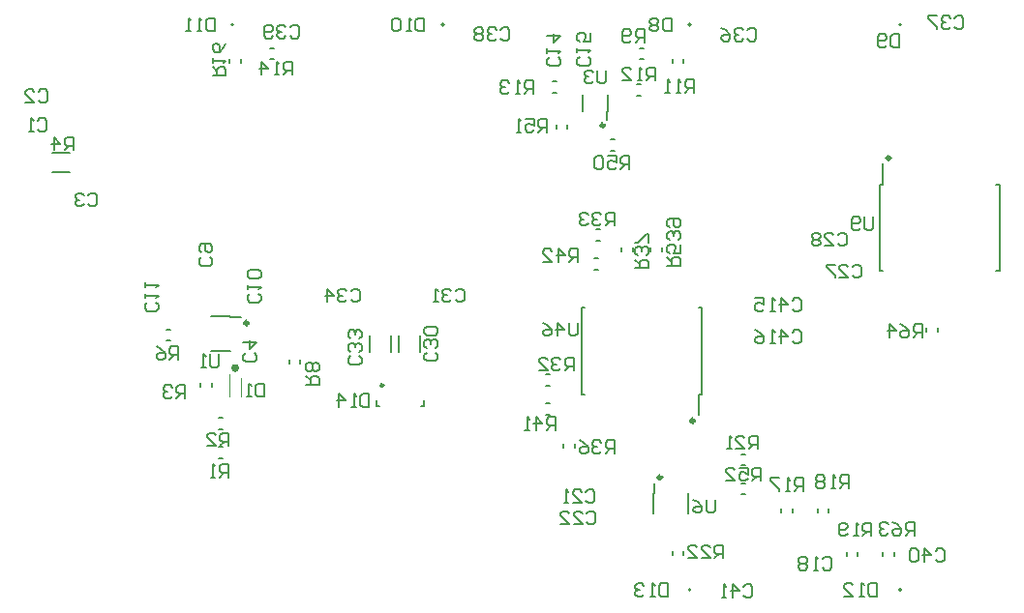
<source format=gbr>
G04*
G04 #@! TF.GenerationSoftware,Altium Limited,Altium Designer,24.8.2 (39)*
G04*
G04 Layer_Color=32896*
%FSLAX25Y25*%
%MOIN*%
G70*
G04*
G04 #@! TF.SameCoordinates,D82A07EB-257E-4463-BA9E-A140894E8D54*
G04*
G04*
G04 #@! TF.FilePolarity,Positive*
G04*
G01*
G75*
%ADD10C,0.01181*%
%ADD11C,0.01250*%
%ADD14C,0.00500*%
%ADD16C,0.00787*%
%ADD18C,0.00598*%
%ADD20C,0.00472*%
%ADD22C,0.00700*%
%ADD23C,0.01000*%
%ADD73C,0.00600*%
%ADD112C,0.01417*%
D10*
X302150Y415315D02*
G03*
X302150Y415315I-591J0D01*
G01*
D11*
X179474Y347131D02*
G03*
X179474Y347131I-625J0D01*
G01*
X321885Y293927D02*
G03*
X321885Y293927I-625J0D01*
G01*
X333125Y313415D02*
G03*
X333125Y313415I-625J0D01*
G01*
X400625Y404085D02*
G03*
X400625Y404085I-625J0D01*
G01*
D14*
X303000Y417244D02*
Y420244D01*
X303232D02*
Y425756D01*
X294768Y420244D02*
Y425756D01*
D16*
X331894Y255200D02*
G03*
X331894Y255200I-394J0D01*
G01*
Y450000D02*
G03*
X331894Y450000I-394J0D01*
G01*
X404394D02*
G03*
X404394Y450000I-394J0D01*
G01*
X246894D02*
G03*
X246894Y450000I-394J0D01*
G01*
X174394D02*
G03*
X174394Y450000I-394J0D01*
G01*
X404394Y255200D02*
G03*
X404394Y255200I-394J0D01*
G01*
D18*
X173465Y349099D02*
X176831D01*
X166535Y337367D02*
X173465D01*
X166535Y349414D02*
X173465D01*
X318976Y281535D02*
Y288465D01*
X331024Y281535D02*
Y288465D01*
X319272D02*
Y291910D01*
X294331Y322539D02*
X295433D01*
X294331D02*
Y352461D01*
X295433D01*
X334567Y322539D02*
X335669D01*
Y352461D01*
X334567D02*
X335669D01*
X334567Y315433D02*
Y322539D01*
X112091Y399075D02*
X117909D01*
X112091Y405925D02*
X117909D01*
X221457Y337248D02*
Y342752D01*
X228543Y337248D02*
Y342752D01*
X231457Y337248D02*
Y342752D01*
X238543Y337248D02*
Y342752D01*
X169335Y304390D02*
X170665D01*
X169335Y300610D02*
X170665D01*
X169335Y314390D02*
X170665D01*
X169335Y310610D02*
X170665D01*
X163110Y325225D02*
Y326556D01*
X166890Y325225D02*
Y326556D01*
X197280Y333335D02*
Y334665D01*
X193501Y333335D02*
Y334665D01*
X314335Y438110D02*
X315665D01*
X314335Y441890D02*
X315665D01*
X325610Y436835D02*
Y438165D01*
X329390Y436835D02*
Y438165D01*
X313335Y429390D02*
X314665D01*
X313335Y425610D02*
X314665D01*
X284335Y426610D02*
X285665D01*
X284335Y430390D02*
X285665D01*
X186835Y438110D02*
X188165D01*
X186835Y441890D02*
X188165D01*
X173110Y436835D02*
Y438165D01*
X176890Y436835D02*
Y438165D01*
X366890Y281835D02*
Y283165D01*
X363110Y281835D02*
Y283165D01*
X375610Y281835D02*
Y283165D01*
X379390Y281835D02*
Y283165D01*
X389390Y266835D02*
Y268165D01*
X385610Y266835D02*
Y268165D01*
X349335Y298110D02*
X350665D01*
X349335Y301890D02*
X350665D01*
X325610Y267163D02*
Y268494D01*
X329390Y267163D02*
Y268494D01*
X281835Y325610D02*
X283165D01*
X281835Y329390D02*
X283165D01*
X299335Y375610D02*
X300665D01*
X299335Y379390D02*
X300665D01*
X291890Y304335D02*
Y305665D01*
X288110Y304335D02*
Y305665D01*
X308110Y371835D02*
Y373165D01*
X311890Y371835D02*
Y373165D01*
X281835Y319390D02*
X283165D01*
X281835Y315610D02*
X283165D01*
X298783Y365610D02*
X300114D01*
X298783Y369390D02*
X300114D01*
X304335Y406610D02*
X305665D01*
X304335Y410390D02*
X305665D01*
X285610Y414335D02*
Y415665D01*
X289390Y414335D02*
Y415665D01*
X349335Y291890D02*
X350665D01*
X349335Y288110D02*
X350665D01*
X318110Y371835D02*
Y373165D01*
X321890Y371835D02*
Y373165D01*
X437067Y394961D02*
X438169D01*
Y365039D02*
Y394961D01*
X437067Y365039D02*
X438169D01*
X396831Y394961D02*
X397933D01*
X396831Y365039D02*
Y394961D01*
Y365039D02*
X397933D01*
Y394961D02*
Y402067D01*
X401890Y266835D02*
Y268165D01*
X398110Y266835D02*
Y268165D01*
X413110Y344335D02*
Y345665D01*
X416890Y344335D02*
Y345665D01*
X151335Y344890D02*
X152665D01*
X151335Y341110D02*
X152665D01*
D20*
X177126Y321752D02*
Y328248D01*
X172874Y321752D02*
Y329488D01*
D22*
X169399Y336349D02*
Y332600D01*
X168649Y331851D01*
X167150D01*
X166400Y332600D01*
Y336349D01*
X164901Y331851D02*
X163401D01*
X164151D01*
Y336349D01*
X164901Y335599D01*
X302749Y434252D02*
Y430503D01*
X301999Y429753D01*
X300500D01*
X299750Y430503D01*
Y434252D01*
X298250Y433502D02*
X297500Y434252D01*
X296001D01*
X295251Y433502D01*
Y432752D01*
X296001Y432003D01*
X296751D01*
X296001D01*
X295251Y431253D01*
Y430503D01*
X296001Y429753D01*
X297500D01*
X298250Y430503D01*
X340249Y286249D02*
Y282501D01*
X339499Y281751D01*
X338000D01*
X337250Y282501D01*
Y286249D01*
X332751D02*
X334251Y285500D01*
X335750Y284000D01*
Y282501D01*
X335000Y281751D01*
X333501D01*
X332751Y282501D01*
Y283250D01*
X333501Y284000D01*
X335750D01*
X292835Y347249D02*
Y343500D01*
X292085Y342751D01*
X290586D01*
X289836Y343500D01*
Y347249D01*
X286087Y342751D02*
Y347249D01*
X288336Y345000D01*
X285337D01*
X280839Y347249D02*
X282338Y346499D01*
X283838Y345000D01*
Y343500D01*
X283088Y342751D01*
X281589D01*
X280839Y343500D01*
Y344250D01*
X281589Y345000D01*
X283838D01*
X119249Y406751D02*
Y411249D01*
X116999D01*
X116250Y410499D01*
Y409000D01*
X116999Y408250D01*
X119249D01*
X117749D02*
X116250Y406751D01*
X112501D02*
Y411249D01*
X114750Y409000D01*
X111751D01*
X184998Y326249D02*
Y321750D01*
X182749D01*
X181999Y322500D01*
Y325499D01*
X182749Y326249D01*
X184998D01*
X180500Y321750D02*
X179000D01*
X179750D01*
Y326249D01*
X180500Y325499D01*
X221123Y322749D02*
Y318251D01*
X218874D01*
X218124Y319001D01*
Y322000D01*
X218874Y322749D01*
X221123D01*
X216625Y318251D02*
X215125D01*
X215875D01*
Y322749D01*
X216625Y322000D01*
X210627Y318251D02*
Y322749D01*
X212876Y320500D01*
X209877D01*
X324023Y257349D02*
Y252851D01*
X321774D01*
X321024Y253601D01*
Y256599D01*
X321774Y257349D01*
X324023D01*
X319525Y252851D02*
X318025D01*
X318775D01*
Y257349D01*
X319525Y256599D01*
X315776D02*
X315026Y257349D01*
X313527D01*
X312777Y256599D01*
Y255850D01*
X313527Y255100D01*
X314276D01*
X313527D01*
X312777Y254350D01*
Y253601D01*
X313527Y252851D01*
X315026D01*
X315776Y253601D01*
X217799Y335701D02*
X218549Y334951D01*
Y333452D01*
X217799Y332702D01*
X214801D01*
X214051Y333452D01*
Y334951D01*
X214801Y335701D01*
X217799Y337200D02*
X218549Y337950D01*
Y339450D01*
X217799Y340199D01*
X217050D01*
X216300Y339450D01*
Y338700D01*
Y339450D01*
X215550Y340199D01*
X214801D01*
X214051Y339450D01*
Y337950D01*
X214801Y337200D01*
X217799Y341699D02*
X218549Y342449D01*
Y343948D01*
X217799Y344698D01*
X217050D01*
X216300Y343948D01*
Y343199D01*
Y343948D01*
X215550Y344698D01*
X214801D01*
X214051Y343948D01*
Y342449D01*
X214801Y341699D01*
X147800Y354326D02*
X148549Y353576D01*
Y352076D01*
X147800Y351327D01*
X144800D01*
X144051Y352076D01*
Y353576D01*
X144800Y354326D01*
X144051Y355825D02*
Y357325D01*
Y356575D01*
X148549D01*
X147800Y355825D01*
X144051Y359574D02*
Y361073D01*
Y360324D01*
X148549D01*
X147800Y359574D01*
X350149Y256299D02*
X350899Y257049D01*
X352398D01*
X353148Y256299D01*
Y253300D01*
X352398Y252551D01*
X350899D01*
X350149Y253300D01*
X346400Y252551D02*
Y257049D01*
X348650Y254800D01*
X345651D01*
X344151Y252551D02*
X342652D01*
X343402D01*
Y257049D01*
X344151Y256299D01*
X107000Y416999D02*
X107750Y417749D01*
X109249D01*
X109999Y416999D01*
Y414001D01*
X109249Y413251D01*
X107750D01*
X107000Y414001D01*
X105500Y413251D02*
X104001D01*
X104751D01*
Y417749D01*
X105500Y416999D01*
X107250Y427000D02*
X108000Y427749D01*
X109499D01*
X110249Y427000D01*
Y424001D01*
X109499Y423251D01*
X108000D01*
X107250Y424001D01*
X102751Y423251D02*
X105750D01*
X102751Y426250D01*
Y427000D01*
X103501Y427749D01*
X105000D01*
X105750Y427000D01*
X124350Y391100D02*
X125100Y391849D01*
X126599D01*
X127349Y391100D01*
Y388101D01*
X126599Y387351D01*
X125100D01*
X124350Y388101D01*
X122850Y391100D02*
X122100Y391849D01*
X120601D01*
X119851Y391100D01*
Y390350D01*
X120601Y389600D01*
X121351D01*
X120601D01*
X119851Y388850D01*
Y388101D01*
X120601Y387351D01*
X122100D01*
X122850Y388101D01*
X181500Y336750D02*
X182249Y336000D01*
Y334501D01*
X181500Y333751D01*
X178500D01*
X177751Y334501D01*
Y336000D01*
X178500Y336750D01*
X177751Y340499D02*
X182249D01*
X180000Y338250D01*
Y341249D01*
X166299Y369850D02*
X167049Y369100D01*
Y367601D01*
X166299Y366851D01*
X163301D01*
X162551Y367601D01*
Y369100D01*
X163301Y369850D01*
Y371350D02*
X162551Y372099D01*
Y373599D01*
X163301Y374349D01*
X166299D01*
X167049Y373599D01*
Y372099D01*
X166299Y371350D01*
X165550D01*
X164800Y372099D01*
Y374349D01*
X183099Y357276D02*
X183849Y356526D01*
Y355027D01*
X183099Y354277D01*
X180101D01*
X179351Y355027D01*
Y356526D01*
X180101Y357276D01*
X179351Y358775D02*
Y360275D01*
Y359525D01*
X183849D01*
X183099Y358775D01*
Y362524D02*
X183849Y363274D01*
Y364773D01*
X183099Y365523D01*
X180101D01*
X179351Y364773D01*
Y363274D01*
X180101Y362524D01*
X183099D01*
X286199Y438676D02*
X286949Y437926D01*
Y436427D01*
X286199Y435677D01*
X283201D01*
X282451Y436427D01*
Y437926D01*
X283201Y438676D01*
X282451Y440175D02*
Y441675D01*
Y440925D01*
X286949D01*
X286199Y440175D01*
X282451Y446173D02*
X286949D01*
X284700Y443924D01*
Y446923D01*
X296499Y438876D02*
X297249Y438126D01*
Y436627D01*
X296499Y435877D01*
X293500D01*
X292751Y436627D01*
Y438126D01*
X293500Y438876D01*
X292751Y440375D02*
Y441875D01*
Y441125D01*
X297249D01*
X296499Y440375D01*
X297249Y447123D02*
Y444124D01*
X295000D01*
X295750Y445624D01*
Y446373D01*
X295000Y447123D01*
X293500D01*
X292751Y446373D01*
Y444874D01*
X293500Y444124D01*
X377324Y265700D02*
X378074Y266449D01*
X379573D01*
X380323Y265700D01*
Y262701D01*
X379573Y261951D01*
X378074D01*
X377324Y262701D01*
X375825Y261951D02*
X374325D01*
X375075D01*
Y266449D01*
X375825Y265700D01*
X372076D02*
X371326Y266449D01*
X369827D01*
X369077Y265700D01*
Y264950D01*
X369827Y264200D01*
X369077Y263450D01*
Y262701D01*
X369827Y261951D01*
X371326D01*
X372076Y262701D01*
Y263450D01*
X371326Y264200D01*
X372076Y264950D01*
Y265700D01*
X371326Y264200D02*
X369827D01*
X295749Y289000D02*
X296499Y289749D01*
X297998D01*
X298748Y289000D01*
Y286000D01*
X297998Y285251D01*
X296499D01*
X295749Y286000D01*
X291251Y285251D02*
X294250D01*
X291251Y288250D01*
Y289000D01*
X292001Y289749D01*
X293500D01*
X294250Y289000D01*
X289751Y285251D02*
X288252D01*
X289001D01*
Y289749D01*
X289751Y289000D01*
X295999Y281500D02*
X296749Y282249D01*
X298248D01*
X298998Y281500D01*
Y278501D01*
X298248Y277751D01*
X296749D01*
X295999Y278501D01*
X291500Y277751D02*
X294499D01*
X291500Y280750D01*
Y281500D01*
X292250Y282249D01*
X293750D01*
X294499Y281500D01*
X287002Y277751D02*
X290001D01*
X287002Y280750D01*
Y281500D01*
X287752Y282249D01*
X289251D01*
X290001Y281500D01*
X387499Y366499D02*
X388249Y367249D01*
X389748D01*
X390498Y366499D01*
Y363500D01*
X389748Y362751D01*
X388249D01*
X387499Y363500D01*
X383000Y362751D02*
X385999D01*
X383000Y365750D01*
Y366499D01*
X383750Y367249D01*
X385250D01*
X385999Y366499D01*
X381501Y367249D02*
X378502D01*
Y366499D01*
X381501Y363500D01*
Y362751D01*
X382499Y377500D02*
X383249Y378249D01*
X384748D01*
X385498Y377500D01*
Y374500D01*
X384748Y373751D01*
X383249D01*
X382499Y374500D01*
X378000Y373751D02*
X380999D01*
X378000Y376750D01*
Y377500D01*
X378750Y378249D01*
X380250D01*
X380999Y377500D01*
X376501D02*
X375751Y378249D01*
X374252D01*
X373502Y377500D01*
Y376750D01*
X374252Y376000D01*
X373502Y375250D01*
Y374500D01*
X374252Y373751D01*
X375751D01*
X376501Y374500D01*
Y375250D01*
X375751Y376000D01*
X376501Y376750D01*
Y377500D01*
X375751Y376000D02*
X374252D01*
X243847Y337001D02*
X244597Y336251D01*
Y334752D01*
X243847Y334002D01*
X240848D01*
X240099Y334752D01*
Y336251D01*
X240848Y337001D01*
X243847Y338500D02*
X244597Y339250D01*
Y340750D01*
X243847Y341499D01*
X243097D01*
X242348Y340750D01*
Y340000D01*
Y340750D01*
X241598Y341499D01*
X240848D01*
X240099Y340750D01*
Y339250D01*
X240848Y338500D01*
X243847Y342999D02*
X244597Y343749D01*
Y345248D01*
X243847Y345998D01*
X240848D01*
X240099Y345248D01*
Y343749D01*
X240848Y342999D01*
X243847D01*
X250849Y358200D02*
X251599Y358949D01*
X253099D01*
X253848Y358200D01*
Y355201D01*
X253099Y354451D01*
X251599D01*
X250849Y355201D01*
X249350Y358200D02*
X248600Y358949D01*
X247100D01*
X246351Y358200D01*
Y357450D01*
X247100Y356700D01*
X247850D01*
X247100D01*
X246351Y355950D01*
Y355201D01*
X247100Y354451D01*
X248600D01*
X249350Y355201D01*
X244851Y354451D02*
X243352D01*
X244102D01*
Y358949D01*
X244851Y358200D01*
X214899Y358100D02*
X215649Y358849D01*
X217148D01*
X217898Y358100D01*
Y355100D01*
X217148Y354351D01*
X215649D01*
X214899Y355100D01*
X213400Y358100D02*
X212650Y358849D01*
X211150D01*
X210401Y358100D01*
Y357350D01*
X211150Y356600D01*
X211900D01*
X211150D01*
X210401Y355850D01*
Y355100D01*
X211150Y354351D01*
X212650D01*
X213400Y355100D01*
X206652Y354351D02*
Y358849D01*
X208901Y356600D01*
X205902D01*
X366873Y354999D02*
X367623Y355749D01*
X369123D01*
X369872Y354999D01*
Y352000D01*
X369123Y351251D01*
X367623D01*
X366873Y352000D01*
X363125Y351251D02*
Y355749D01*
X365374Y353500D01*
X362375D01*
X360875Y351251D02*
X359376D01*
X360126D01*
Y355749D01*
X360875Y354999D01*
X354128Y355749D02*
X357127D01*
Y353500D01*
X355627Y354250D01*
X354877D01*
X354128Y353500D01*
Y352000D01*
X354877Y351251D01*
X356377D01*
X357127Y352000D01*
X366873Y344000D02*
X367623Y344749D01*
X369123D01*
X369872Y344000D01*
Y341001D01*
X369123Y340251D01*
X367623D01*
X366873Y341001D01*
X363125Y340251D02*
Y344749D01*
X365374Y342500D01*
X362375D01*
X360875Y340251D02*
X359376D01*
X360126D01*
Y344749D01*
X360875Y344000D01*
X354128Y344749D02*
X355627Y344000D01*
X357127Y342500D01*
Y341001D01*
X356377Y340251D01*
X354877D01*
X354128Y341001D01*
Y341750D01*
X354877Y342500D01*
X357127D01*
X325249Y452249D02*
Y447751D01*
X323000D01*
X322250Y448500D01*
Y451500D01*
X323000Y452249D01*
X325249D01*
X320750Y451500D02*
X320001Y452249D01*
X318501D01*
X317751Y451500D01*
Y450750D01*
X318501Y450000D01*
X317751Y449250D01*
Y448500D01*
X318501Y447751D01*
X320001D01*
X320750Y448500D01*
Y449250D01*
X320001Y450000D01*
X320750Y450750D01*
Y451500D01*
X320001Y450000D02*
X318501D01*
X403749Y446749D02*
Y442251D01*
X401500D01*
X400750Y443001D01*
Y445999D01*
X401500Y446749D01*
X403749D01*
X399250Y443001D02*
X398500Y442251D01*
X397001D01*
X396251Y443001D01*
Y445999D01*
X397001Y446749D01*
X398500D01*
X399250Y445999D01*
Y445250D01*
X398500Y444500D01*
X396251D01*
X240123Y452249D02*
Y447751D01*
X237874D01*
X237124Y448500D01*
Y451500D01*
X237874Y452249D01*
X240123D01*
X235625Y447751D02*
X234125D01*
X234875D01*
Y452249D01*
X235625Y451500D01*
X231876D02*
X231126Y452249D01*
X229627D01*
X228877Y451500D01*
Y448500D01*
X229627Y447751D01*
X231126D01*
X231876Y448500D01*
Y451500D01*
X167873Y452249D02*
Y447751D01*
X165624D01*
X164874Y448500D01*
Y451500D01*
X165624Y452249D01*
X167873D01*
X163375Y447751D02*
X161875D01*
X162625D01*
Y452249D01*
X163375Y451500D01*
X159626Y447751D02*
X158127D01*
X158876D01*
Y452249D01*
X159626Y451500D01*
X396023Y257449D02*
Y252951D01*
X393774D01*
X393024Y253700D01*
Y256699D01*
X393774Y257449D01*
X396023D01*
X391525Y252951D02*
X390025D01*
X390775D01*
Y257449D01*
X391525Y256699D01*
X384777Y252951D02*
X387776D01*
X384777Y255950D01*
Y256699D01*
X385527Y257449D01*
X387026D01*
X387776Y256699D01*
X172499Y293951D02*
Y298449D01*
X170250D01*
X169500Y297699D01*
Y296200D01*
X170250Y295450D01*
X172499D01*
X171000D02*
X169500Y293951D01*
X168000D02*
X166501D01*
X167251D01*
Y298449D01*
X168000Y297699D01*
X172749Y304751D02*
Y309249D01*
X170500D01*
X169750Y308500D01*
Y307000D01*
X170500Y306250D01*
X172749D01*
X171249D02*
X169750Y304751D01*
X165251D02*
X168250D01*
X165251Y307750D01*
Y308500D01*
X166001Y309249D01*
X167500D01*
X168250Y308500D01*
X157749Y321251D02*
Y325749D01*
X155499D01*
X154750Y324999D01*
Y323500D01*
X155499Y322750D01*
X157749D01*
X156249D02*
X154750Y321251D01*
X153250Y324999D02*
X152500Y325749D01*
X151001D01*
X150251Y324999D01*
Y324250D01*
X151001Y323500D01*
X151751D01*
X151001D01*
X150251Y322750D01*
Y322001D01*
X151001Y321251D01*
X152500D01*
X153250Y322001D01*
X199351Y325951D02*
X203849D01*
Y328201D01*
X203099Y328950D01*
X201600D01*
X200850Y328201D01*
Y325951D01*
Y327451D02*
X199351Y328950D01*
X203099Y330450D02*
X203849Y331200D01*
Y332699D01*
X203099Y333449D01*
X202350D01*
X201600Y332699D01*
X200850Y333449D01*
X200100D01*
X199351Y332699D01*
Y331200D01*
X200100Y330450D01*
X200850D01*
X201600Y331200D01*
X202350Y330450D01*
X203099D01*
X201600Y331200D02*
Y332699D01*
X315849Y443851D02*
Y448349D01*
X313599D01*
X312850Y447600D01*
Y446100D01*
X313599Y445350D01*
X315849D01*
X314349D02*
X312850Y443851D01*
X311350Y444600D02*
X310600Y443851D01*
X309101D01*
X308351Y444600D01*
Y447600D01*
X309101Y448349D01*
X310600D01*
X311350Y447600D01*
Y446850D01*
X310600Y446100D01*
X308351D01*
X332873Y426551D02*
Y431049D01*
X330624D01*
X329874Y430300D01*
Y428800D01*
X330624Y428050D01*
X332873D01*
X331374D02*
X329874Y426551D01*
X328375D02*
X326875D01*
X327625D01*
Y431049D01*
X328375Y430300D01*
X324626Y426551D02*
X323127D01*
X323876D01*
Y431049D01*
X324626Y430300D01*
X319623Y430751D02*
Y435249D01*
X317374D01*
X316624Y434500D01*
Y433000D01*
X317374Y432250D01*
X319623D01*
X318124D02*
X316624Y430751D01*
X315125D02*
X313625D01*
X314375D01*
Y435249D01*
X315125Y434500D01*
X308377Y430751D02*
X311376D01*
X308377Y433750D01*
Y434500D01*
X309127Y435249D01*
X310626D01*
X311376Y434500D01*
X277587Y426251D02*
Y430749D01*
X275338D01*
X274588Y429999D01*
Y428500D01*
X275338Y427750D01*
X277587D01*
X276087D02*
X274588Y426251D01*
X273088D02*
X271589D01*
X272339D01*
Y430749D01*
X273088Y429999D01*
X269340D02*
X268590Y430749D01*
X267090D01*
X266340Y429999D01*
Y429250D01*
X267090Y428500D01*
X267840D01*
X267090D01*
X266340Y427750D01*
Y427001D01*
X267090Y426251D01*
X268590D01*
X269340Y427001D01*
X194623Y432751D02*
Y437249D01*
X192374D01*
X191624Y436500D01*
Y435000D01*
X192374Y434250D01*
X194623D01*
X193124D02*
X191624Y432751D01*
X190125D02*
X188625D01*
X189375D01*
Y437249D01*
X190125Y436500D01*
X184127Y432751D02*
Y437249D01*
X186376Y435000D01*
X183377D01*
X167251Y432377D02*
X171749D01*
Y434626D01*
X171000Y435376D01*
X169500D01*
X168750Y434626D01*
Y432377D01*
Y433876D02*
X167251Y435376D01*
Y436875D02*
Y438375D01*
Y437625D01*
X171749D01*
X171000Y436875D01*
X171749Y443623D02*
X171000Y442124D01*
X169500Y440624D01*
X168000D01*
X167251Y441374D01*
Y442873D01*
X168000Y443623D01*
X168750D01*
X169500Y442873D01*
Y440624D01*
X370523Y289251D02*
Y293749D01*
X368274D01*
X367524Y293000D01*
Y291500D01*
X368274Y290750D01*
X370523D01*
X369024D02*
X367524Y289251D01*
X366025D02*
X364525D01*
X365275D01*
Y293749D01*
X366025Y293000D01*
X362276Y293749D02*
X359277D01*
Y293000D01*
X362276Y290001D01*
Y289251D01*
X386274Y290251D02*
Y294749D01*
X384025D01*
X383275Y294000D01*
Y292500D01*
X384025Y291750D01*
X386274D01*
X384774D02*
X383275Y290251D01*
X381775D02*
X380276D01*
X381026D01*
Y294749D01*
X381775Y294000D01*
X378027D02*
X377277Y294749D01*
X375777D01*
X375027Y294000D01*
Y293250D01*
X375777Y292500D01*
X375027Y291750D01*
Y291001D01*
X375777Y290251D01*
X377277D01*
X378027Y291001D01*
Y291750D01*
X377277Y292500D01*
X378027Y293250D01*
Y294000D01*
X377277Y292500D02*
X375777D01*
X394123Y273751D02*
Y278249D01*
X391874D01*
X391124Y277500D01*
Y276000D01*
X391874Y275250D01*
X394123D01*
X392624D02*
X391124Y273751D01*
X389625D02*
X388125D01*
X388875D01*
Y278249D01*
X389625Y277500D01*
X385876Y274500D02*
X385126Y273751D01*
X383627D01*
X382877Y274500D01*
Y277500D01*
X383627Y278249D01*
X385126D01*
X385876Y277500D01*
Y276750D01*
X385126Y276000D01*
X382877D01*
X354982Y303751D02*
Y308249D01*
X352733D01*
X351983Y307500D01*
Y306000D01*
X352733Y305250D01*
X354982D01*
X353483D02*
X351983Y303751D01*
X347484D02*
X350483D01*
X347484Y306750D01*
Y307500D01*
X348234Y308249D01*
X349734D01*
X350483Y307500D01*
X345985Y303751D02*
X344485D01*
X345235D01*
Y308249D01*
X345985Y307500D01*
X342998Y266079D02*
Y270578D01*
X340749D01*
X339999Y269828D01*
Y268329D01*
X340749Y267579D01*
X342998D01*
X341498D02*
X339999Y266079D01*
X335501D02*
X338499D01*
X335501Y269078D01*
Y269828D01*
X336250Y270578D01*
X337750D01*
X338499Y269828D01*
X331002Y266079D02*
X334001D01*
X331002Y269078D01*
Y269828D01*
X331752Y270578D01*
X333251D01*
X334001Y269828D01*
X291498Y330751D02*
Y335249D01*
X289249D01*
X288499Y334500D01*
Y333000D01*
X289249Y332250D01*
X291498D01*
X289999D02*
X288499Y330751D01*
X287000Y334500D02*
X286250Y335249D01*
X284750D01*
X284000Y334500D01*
Y333750D01*
X284750Y333000D01*
X285500D01*
X284750D01*
X284000Y332250D01*
Y331501D01*
X284750Y330751D01*
X286250D01*
X287000Y331501D01*
X279502Y330751D02*
X282501D01*
X279502Y333750D01*
Y334500D01*
X280252Y335249D01*
X281751D01*
X282501Y334500D01*
X305549Y380751D02*
Y385249D01*
X303300D01*
X302550Y384500D01*
Y383000D01*
X303300Y382250D01*
X305549D01*
X304050D02*
X302550Y380751D01*
X301051Y384500D02*
X300301Y385249D01*
X298801D01*
X298052Y384500D01*
Y383750D01*
X298801Y383000D01*
X299551D01*
X298801D01*
X298052Y382250D01*
Y381501D01*
X298801Y380751D01*
X300301D01*
X301051Y381501D01*
X296552Y384500D02*
X295802Y385249D01*
X294303D01*
X293553Y384500D01*
Y383750D01*
X294303Y383000D01*
X295053D01*
X294303D01*
X293553Y382250D01*
Y381501D01*
X294303Y380751D01*
X295802D01*
X296552Y381501D01*
X305498Y302251D02*
Y306749D01*
X303249D01*
X302499Y305999D01*
Y304500D01*
X303249Y303750D01*
X305498D01*
X303998D02*
X302499Y302251D01*
X300999Y305999D02*
X300250Y306749D01*
X298750D01*
X298001Y305999D01*
Y305250D01*
X298750Y304500D01*
X299500D01*
X298750D01*
X298001Y303750D01*
Y303000D01*
X298750Y302251D01*
X300250D01*
X300999Y303000D01*
X293502Y306749D02*
X295001Y305999D01*
X296501Y304500D01*
Y303000D01*
X295751Y302251D01*
X294252D01*
X293502Y303000D01*
Y303750D01*
X294252Y304500D01*
X296501D01*
X312751Y366002D02*
X317249D01*
Y368251D01*
X316499Y369001D01*
X315000D01*
X314250Y368251D01*
Y366002D01*
Y367501D02*
X312751Y369001D01*
X316499Y370500D02*
X317249Y371250D01*
Y372750D01*
X316499Y373499D01*
X315750D01*
X315000Y372750D01*
Y372000D01*
Y372750D01*
X314250Y373499D01*
X313500D01*
X312751Y372750D01*
Y371250D01*
X313500Y370500D01*
X317249Y374999D02*
Y377998D01*
X316499D01*
X313500Y374999D01*
X312751D01*
X285248Y310251D02*
Y314749D01*
X282999D01*
X282249Y314000D01*
Y312500D01*
X282999Y311750D01*
X285248D01*
X283749D02*
X282249Y310251D01*
X278501D02*
Y314749D01*
X280750Y312500D01*
X277751D01*
X276251Y310251D02*
X274752D01*
X275501D01*
Y314749D01*
X276251Y314000D01*
X292998Y368251D02*
Y372749D01*
X290749D01*
X289999Y372000D01*
Y370500D01*
X290749Y369750D01*
X292998D01*
X291498D02*
X289999Y368251D01*
X286250D02*
Y372749D01*
X288499Y370500D01*
X285501D01*
X281002Y368251D02*
X284001D01*
X281002Y371250D01*
Y372000D01*
X281752Y372749D01*
X283251D01*
X284001Y372000D01*
X310746Y400251D02*
Y404749D01*
X308497D01*
X307747Y404000D01*
Y402500D01*
X308497Y401750D01*
X310746D01*
X309247D02*
X307747Y400251D01*
X303249Y404749D02*
X306247D01*
Y402500D01*
X304748Y403250D01*
X303998D01*
X303249Y402500D01*
Y401000D01*
X303998Y400251D01*
X305498D01*
X306247Y401000D01*
X301749Y404000D02*
X300999Y404749D01*
X299500D01*
X298750Y404000D01*
Y401000D01*
X299500Y400251D01*
X300999D01*
X301749Y401000D01*
Y404000D01*
X282348Y412951D02*
Y417449D01*
X280099D01*
X279349Y416700D01*
Y415200D01*
X280099Y414450D01*
X282348D01*
X280849D02*
X279349Y412951D01*
X274851Y417449D02*
X277850D01*
Y415200D01*
X276350Y415950D01*
X275601D01*
X274851Y415200D01*
Y413700D01*
X275601Y412951D01*
X277100D01*
X277850Y413700D01*
X273351Y412951D02*
X271852D01*
X272602D01*
Y417449D01*
X273351Y416700D01*
X355998Y292751D02*
Y297249D01*
X353749D01*
X352999Y296499D01*
Y295000D01*
X353749Y294250D01*
X355998D01*
X354499D02*
X352999Y292751D01*
X348500Y297249D02*
X351500D01*
Y295000D01*
X350000Y295750D01*
X349250D01*
X348500Y295000D01*
Y293500D01*
X349250Y292751D01*
X350750D01*
X351500Y293500D01*
X344002Y292751D02*
X347001D01*
X344002Y295750D01*
Y296499D01*
X344752Y297249D01*
X346251D01*
X347001Y296499D01*
X323751Y366753D02*
X328249D01*
Y369002D01*
X327500Y369752D01*
X326000D01*
X325250Y369002D01*
Y366753D01*
Y368252D02*
X323751Y369752D01*
X328249Y374250D02*
Y371251D01*
X326000D01*
X326750Y372751D01*
Y373500D01*
X326000Y374250D01*
X324500D01*
X323751Y373500D01*
Y372001D01*
X324500Y371251D01*
X327500Y375750D02*
X328249Y376500D01*
Y377999D01*
X327500Y378749D01*
X326750D01*
X326000Y377999D01*
Y377249D01*
Y377999D01*
X325250Y378749D01*
X324500D01*
X323751Y377999D01*
Y376500D01*
X324500Y375750D01*
Y380248D02*
X323751Y380998D01*
Y382498D01*
X324500Y383247D01*
X327500D01*
X328249Y382498D01*
Y380998D01*
X327500Y380248D01*
X326750D01*
X326000Y380998D01*
Y383247D01*
X394749Y383749D02*
Y380000D01*
X393999Y379251D01*
X392499D01*
X391750Y380000D01*
Y383749D01*
X390250Y380000D02*
X389500Y379251D01*
X388001D01*
X387251Y380000D01*
Y382999D01*
X388001Y383749D01*
X389500D01*
X390250Y382999D01*
Y382250D01*
X389500Y381500D01*
X387251D01*
X408898Y273951D02*
Y278449D01*
X406649D01*
X405899Y277699D01*
Y276200D01*
X406649Y275450D01*
X408898D01*
X407399D02*
X405899Y273951D01*
X401401Y278449D02*
X402900Y277699D01*
X404399Y276200D01*
Y274700D01*
X403650Y273951D01*
X402150D01*
X401401Y274700D01*
Y275450D01*
X402150Y276200D01*
X404399D01*
X399901Y277699D02*
X399151Y278449D01*
X397652D01*
X396902Y277699D01*
Y276950D01*
X397652Y276200D01*
X398401D01*
X397652D01*
X396902Y275450D01*
Y274700D01*
X397652Y273951D01*
X399151D01*
X399901Y274700D01*
X411498Y342251D02*
Y346749D01*
X409249D01*
X408499Y346000D01*
Y344500D01*
X409249Y343750D01*
X411498D01*
X409999D02*
X408499Y342251D01*
X404001Y346749D02*
X405500Y346000D01*
X406999Y344500D01*
Y343001D01*
X406250Y342251D01*
X404750D01*
X404001Y343001D01*
Y343750D01*
X404750Y344500D01*
X406999D01*
X400252Y342251D02*
Y346749D01*
X402501Y344500D01*
X399502D01*
X155349Y334551D02*
Y339049D01*
X153100D01*
X152350Y338299D01*
Y336800D01*
X153100Y336050D01*
X155349D01*
X153849D02*
X152350Y334551D01*
X147851Y339049D02*
X149351Y338299D01*
X150850Y336800D01*
Y335300D01*
X150101Y334551D01*
X148601D01*
X147851Y335300D01*
Y336050D01*
X148601Y336800D01*
X150850D01*
X351452Y448048D02*
X352201Y448798D01*
X353701D01*
X354451Y448048D01*
Y445049D01*
X353701Y444300D01*
X352201D01*
X351452Y445049D01*
X349952Y448048D02*
X349202Y448798D01*
X347703D01*
X346953Y448048D01*
Y447299D01*
X347703Y446549D01*
X348453D01*
X347703D01*
X346953Y445799D01*
Y445049D01*
X347703Y444300D01*
X349202D01*
X349952Y445049D01*
X342455Y448798D02*
X343954Y448048D01*
X345454Y446549D01*
Y445049D01*
X344704Y444300D01*
X343204D01*
X342455Y445049D01*
Y445799D01*
X343204Y446549D01*
X345454D01*
X422799Y452299D02*
X423549Y453049D01*
X425048D01*
X425798Y452299D01*
Y449300D01*
X425048Y448551D01*
X423549D01*
X422799Y449300D01*
X421300Y452299D02*
X420550Y453049D01*
X419050D01*
X418300Y452299D01*
Y451550D01*
X419050Y450800D01*
X419800D01*
X419050D01*
X418300Y450050D01*
Y449300D01*
X419050Y448551D01*
X420550D01*
X421300Y449300D01*
X416801Y453049D02*
X413802D01*
Y452299D01*
X416801Y449300D01*
Y448551D01*
X266452Y448289D02*
X267201Y449039D01*
X268701D01*
X269451Y448289D01*
Y445290D01*
X268701Y444540D01*
X267201D01*
X266452Y445290D01*
X264952Y448289D02*
X264202Y449039D01*
X262703D01*
X261953Y448289D01*
Y447539D01*
X262703Y446789D01*
X263453D01*
X262703D01*
X261953Y446039D01*
Y445290D01*
X262703Y444540D01*
X264202D01*
X264952Y445290D01*
X260454Y448289D02*
X259704Y449039D01*
X258204D01*
X257454Y448289D01*
Y447539D01*
X258204Y446789D01*
X257454Y446039D01*
Y445290D01*
X258204Y444540D01*
X259704D01*
X260454Y445290D01*
Y446039D01*
X259704Y446789D01*
X260454Y447539D01*
Y448289D01*
X259704Y446789D02*
X258204D01*
X193952Y449049D02*
X194701Y449798D01*
X196201D01*
X196951Y449049D01*
Y446049D01*
X196201Y445300D01*
X194701D01*
X193952Y446049D01*
X192452Y449049D02*
X191702Y449798D01*
X190203D01*
X189453Y449049D01*
Y448299D01*
X190203Y447549D01*
X190953D01*
X190203D01*
X189453Y446799D01*
Y446049D01*
X190203Y445300D01*
X191702D01*
X192452Y446049D01*
X187953D02*
X187204Y445300D01*
X185704D01*
X184955Y446049D01*
Y449049D01*
X185704Y449798D01*
X187204D01*
X187953Y449049D01*
Y448299D01*
X187204Y447549D01*
X184955D01*
X416199Y268600D02*
X416949Y269349D01*
X418448D01*
X419198Y268600D01*
Y265600D01*
X418448Y264851D01*
X416949D01*
X416199Y265600D01*
X412450Y264851D02*
Y269349D01*
X414700Y267100D01*
X411700D01*
X410201Y268600D02*
X409451Y269349D01*
X407952D01*
X407202Y268600D01*
Y265600D01*
X407952Y264851D01*
X409451D01*
X410201Y265600D01*
Y268600D01*
D23*
X226051Y325689D02*
G03*
X226051Y325689I-500J0D01*
G01*
D73*
X223750Y318376D02*
Y320468D01*
Y318376D02*
X224822D01*
X239950D02*
Y320468D01*
X238878Y318376D02*
X239950D01*
D112*
X175709Y331614D02*
G03*
X175709Y331614I-709J0D01*
G01*
M02*

</source>
